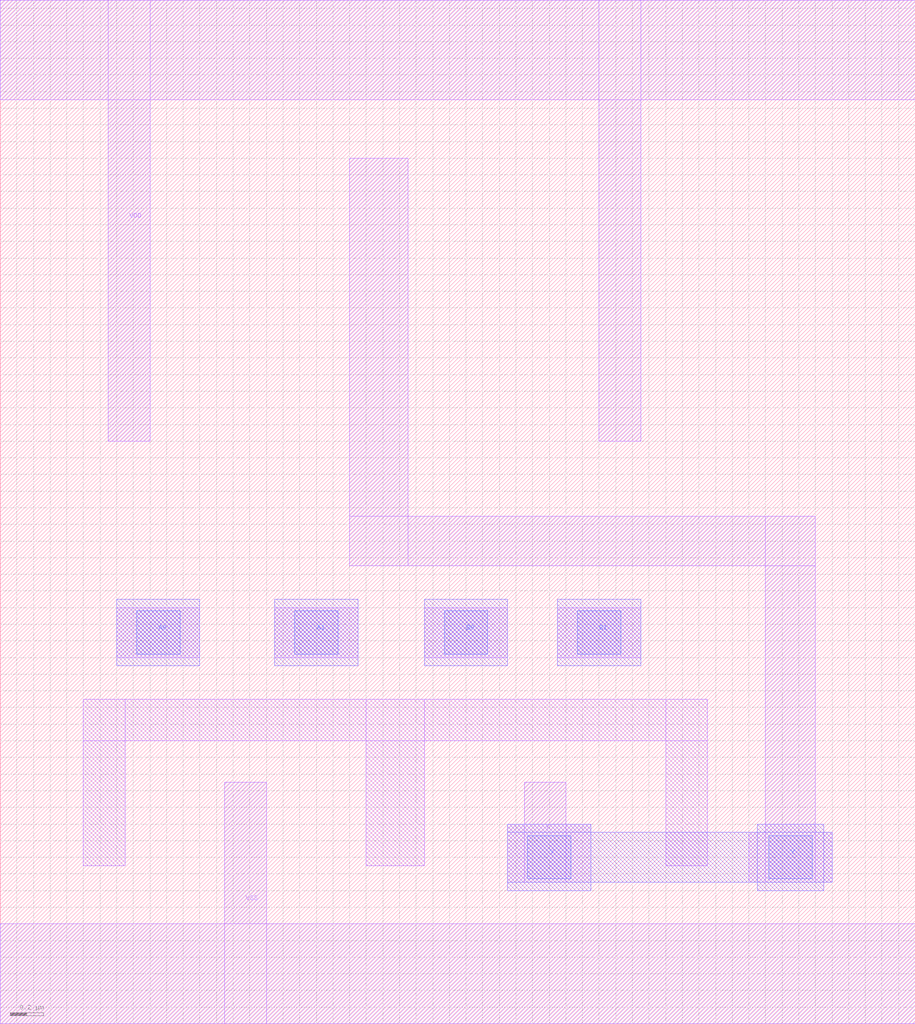
<source format=lef>
# Copyright 2022 Google LLC
# Licensed under the Apache License, Version 2.0 (the "License");
# you may not use this file except in compliance with the License.
# You may obtain a copy of the License at
#
#      http://www.apache.org/licenses/LICENSE-2.0
#
# Unless required by applicable law or agreed to in writing, software
# distributed under the License is distributed on an "AS IS" BASIS,
# WITHOUT WARRANTIES OR CONDITIONS OF ANY KIND, either express or implied.
# See the License for the specific language governing permissions and
# limitations under the License.
VERSION 5.7 ;
BUSBITCHARS "[]" ;
DIVIDERCHAR "/" ;

MACRO gf180mcu_osu_sc_9T_oai22_1
  CLASS CORE ;
  ORIGIN 0 0 ;
  FOREIGN gf180mcu_osu_sc_9T_oai22_1 0 0 ;
  SIZE 5.5 BY 6.15 ;
  SYMMETRY X Y ;
  SITE GF180_3p3_12t ;
  PIN VDD
    DIRECTION INOUT ;
    USE POWER ;
    SHAPE ABUTMENT ;
    PORT
      LAYER MET1 ;
        RECT 0 5.55 5.5 6.15 ;
        RECT 3.6 3.5 3.85 6.15 ;
        RECT 0.65 3.5 0.9 6.15 ;
    END
  END VDD
  PIN VSS
    DIRECTION INOUT ;
    USE GROUND ;
    PORT
      LAYER MET1 ;
        RECT 0 0 5.5 0.6 ;
        RECT 1.35 0 1.6 1.45 ;
    END
  END VSS
  PIN A0
    DIRECTION INPUT ;
    USE SIGNAL ;
    PORT
      LAYER MET1 ;
        RECT 0.7 2.2 1.2 2.5 ;
      LAYER MET2 ;
        RECT 0.7 2.15 1.2 2.55 ;
      LAYER VIA12 ;
        RECT 0.82 2.22 1.08 2.48 ;
    END
  END A0
  PIN A1
    DIRECTION INPUT ;
    USE SIGNAL ;
    PORT
      LAYER MET1 ;
        RECT 1.65 2.2 2.15 2.5 ;
      LAYER MET2 ;
        RECT 1.65 2.15 2.15 2.55 ;
      LAYER VIA12 ;
        RECT 1.77 2.22 2.03 2.48 ;
    END
  END A1
  PIN B0
    DIRECTION INPUT ;
    USE SIGNAL ;
    PORT
      LAYER MET1 ;
        RECT 2.55 2.2 3.05 2.5 ;
      LAYER MET2 ;
        RECT 2.55 2.15 3.05 2.55 ;
      LAYER VIA12 ;
        RECT 2.67 2.22 2.93 2.48 ;
    END
  END B0
  PIN B1
    DIRECTION INPUT ;
    USE SIGNAL ;
    PORT
      LAYER MET1 ;
        RECT 3.35 2.2 3.85 2.5 ;
      LAYER MET2 ;
        RECT 3.35 2.15 3.85 2.55 ;
      LAYER VIA12 ;
        RECT 3.47 2.22 3.73 2.48 ;
    END
  END B1
  PIN Y
    DIRECTION OUTPUT ;
    USE SIGNAL ;
    PORT
      LAYER MET1 ;
        RECT 4.5 0.85 5 1.15 ;
        RECT 2.1 2.75 4.9 3.05 ;
        RECT 4.6 0.85 4.9 3.05 ;
        RECT 2.1 2.75 2.45 5.2 ;
        RECT 3.05 0.85 3.55 1.2 ;
        RECT 3.15 0.85 3.4 1.45 ;
      LAYER MET2 ;
        RECT 3.05 0.85 5 1.15 ;
        RECT 4.55 0.8 4.95 1.2 ;
        RECT 3.05 0.8 3.55 1.2 ;
      LAYER VIA12 ;
        RECT 3.17 0.87 3.43 1.13 ;
        RECT 4.62 0.87 4.88 1.13 ;
    END
  END Y
  OBS
    LAYER MET1 ;
      RECT 0.5 1.7 4.25 1.95 ;
      RECT 4 0.95 4.25 1.95 ;
      RECT 2.2 0.95 2.55 1.95 ;
      RECT 0.5 0.95 0.75 1.95 ;
  END
END gf180mcu_osu_sc_9T_oai22_1

</source>
